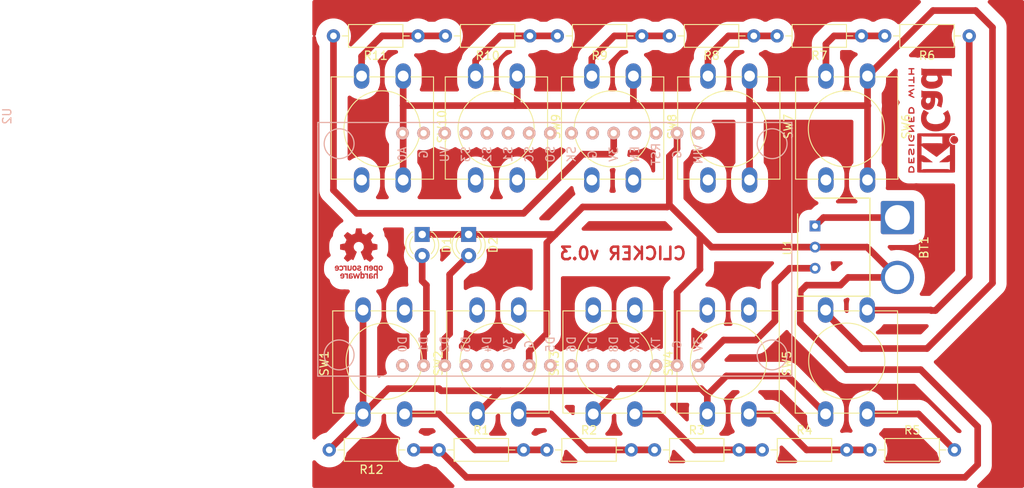
<source format=kicad_pcb>
(kicad_pcb (version 20211014) (generator pcbnew)
  (layers (0 "F.Cu" signal) (31 "B.Cu" signal) (34 "B.Paste" user) (35 "F.Paste" user) (36 "B.SilkS" user "B.Silkscreen") (37 "F.SilkS" user "F.Silkscreen") (38 "B.Mask" user) (39 "F.Mask" user) (44 "Edge.Cuts" user))
  (net 0 "")
  (net 1 "Net-(BT1-Pad1)")
  (net 2 "Net-(BT1-Pad2)")
  (net 3 "Net-(D1-Pad2)")
  (net 4 "Net-(D2-Pad2)")
  (net 5 "Net-(R1-Pad2)")
  (net 6 "Net-(R2-Pad2)")
  (net 7 "Net-(R3-Pad2)")
  (net 8 "Net-(R4-Pad2)")
  (net 9 "Net-(R5-Pad2)")
  (net 10 "Net-(R6-Pad2)")
  (net 11 "Net-(R7-Pad2)")
  (net 12 "Net-(R8-Pad2)")
  (net 13 "Net-(R10-Pad1)")
  (net 14 "Net-(R10-Pad2)")
  (net 15 "Net-(R11-Pad2)")
  (net 16 "Net-(R12-Pad2)")
  (footprint "Button_Switch_THT:SW_PUSH-12mm" (layer "F.Cu") (at 50.038 88.646 90)
    (fp_text reference "SW1")
    (fp_text value "SW_Push")
  )
  (footprint "Resistor_THT:R_Axial_DIN0207_L6.3mm_D2.5mm_P10.16mm_Horizontal" (layer "F.Cu") (at 72.136 92.964)
    (fp_text reference "R2")
    (fp_text value "1k")
  )
  (footprint "LED_THT:LED_D3.0mm" (layer "F.Cu") (at 62.738 67.056 -90)
    (fp_text reference "D2")
    (fp_text value "LED")
  )
  (footprint "Resistor_THT:R_Axial_DIN0207_L6.3mm_D2.5mm_P10.16mm_Horizontal" (layer "F.Cu") (at 97.028 43.18 180)
    (fp_text reference "R8")
    (fp_text value "1k")
  )
  (footprint "Resistor_THT:R_Axial_DIN0207_L6.3mm_D2.5mm_P10.16mm_Horizontal" (layer "F.Cu") (at 109.982 43.18 180)
    (fp_text reference "R7")
    (fp_text value "1k")
  )
  (footprint "Button_Switch_THT:SW_PUSH-12mm" (layer "F.Cu") (at 105.664 88.646 90)
    (fp_text reference "SW5")
    (fp_text value "SW_Push")
  )
  (footprint "Symbol:OSHW-Logo_5.7x6mm_Copper" (layer "F.Cu") (at 49.53 69.342)
    (fp_text reference "REF**" hide)
    (fp_text value "OSHW-Logo_5.7x6mm_Copper" hide)
  )
  (footprint "Connector_Wire:SolderWire-2.5sqmm_1x02_P7.2mm_D2.4mm_OD3.6mm" (layer "F.Cu") (at 114.3 65.024 -90)
    (fp_text reference "BT1")
    (fp_text value "Battery_Cell")
  )
  (footprint "Resistor_THT:R_Axial_DIN0207_L6.3mm_D2.5mm_P10.16mm_Horizontal" (layer "F.Cu") (at 85.09 92.964)
    (fp_text reference "R3")
    (fp_text value "1k")
  )
  (footprint "Symbol:KiCad-Logo2_5mm_Copper" (layer "F.Cu") (at 118.618 53.34 -90)
    (fp_text reference "REF**" hide)
    (fp_text value "KiCad-Logo2_5mm_Copper" hide)
  )
  (footprint "Resistor_THT:R_Axial_DIN0207_L6.3mm_D2.5mm_P10.16mm_Horizontal" (layer "F.Cu") (at 59.182 92.964)
    (fp_text reference "R1")
    (fp_text value "1k")
  )
  (footprint "Button_Switch_THT:SW_PUSH-12mm" (layer "F.Cu") (at 63.754 88.646 90)
    (fp_text reference "SW2")
    (fp_text value "SW_Push")
  )
  (footprint "Resistor_THT:R_Axial_DIN0207_L6.3mm_D2.5mm_P10.16mm_Horizontal" (layer "F.Cu") (at 83.566 43.18 180)
    (fp_text reference "R9")
    (fp_text value "1k")
  )
  (footprint "Resistor_THT:R_Axial_DIN0207_L6.3mm_D2.5mm_P10.16mm_Horizontal" (layer "F.Cu") (at 98.044 92.964)
    (fp_text reference "R4")
    (fp_text value "1k")
  )
  (footprint "Button_Switch_THT:SW_PUSH-12mm" (layer "F.Cu") (at 68.58 48.006 -90)
    (fp_text reference "SW9")
    (fp_text value "SW_Push")
  )
  (footprint "Resistor_THT:R_Axial_DIN0207_L6.3mm_D2.5mm_P10.16mm_Horizontal" (layer "F.Cu") (at 56.134 92.964 180)
    (fp_text reference "R12")
    (fp_text value "100k")
  )
  (footprint "LED_THT:LED_D3.0mm" (layer "F.Cu") (at 57.15 67.056 -90)
    (fp_text reference "D1")
    (fp_text value "LED")
  )
  (footprint "Button_Switch_THT:SW_PUSH-12mm" (layer "F.Cu") (at 82.55 48.006 -90)
    (fp_text reference "SW8")
    (fp_text value "SW_Push")
  )
  (footprint "Resistor_THT:R_Axial_DIN0207_L6.3mm_D2.5mm_P10.16mm_Horizontal" (layer "F.Cu") (at 110.998 92.964)
    (fp_text reference "R5")
    (fp_text value "1k")
  )
  (footprint "Button_Switch_THT:SW_PUSH-12mm" (layer "F.Cu") (at 96.52 48.006 -90)
    (fp_text reference "SW7")
    (fp_text value "SW_Push")
  )
  (footprint "Button_Switch_THT:SW_PUSH-12mm" (layer "F.Cu") (at 91.44 88.646 90)
    (fp_text reference "SW4")
    (fp_text value "SW_Push")
  )
  (footprint "Resistor_THT:R_Axial_DIN0207_L6.3mm_D2.5mm_P10.16mm_Horizontal" (layer "F.Cu") (at 122.936 43.18 180)
    (fp_text reference "R6")
    (fp_text value "1k")
  )
  (footprint "Button_Switch_THT:SW_PUSH-12mm" (layer "F.Cu") (at 77.724 88.646 90)
    (fp_text reference "SW3")
    (fp_text value "SW_Push")
  )
  (footprint "Resistor_THT:R_Axial_DIN0207_L6.3mm_D2.5mm_P10.16mm_Horizontal" (layer "F.Cu") (at 56.642 43.18 180)
    (fp_text reference "R11")
    (fp_text value "1k")
  )
  (footprint "Button_Switch_THT:SW_PUSH-12mm" (layer "F.Cu") (at 110.704 48.006 -90)
    (fp_text reference "SW6")
    (fp_text value "SW_Push")
  )
  (footprint "Package_SIP:SIP3_11.6x8.5mm" (layer "F.Cu") (at 104.394 66.04 -90)
    (fp_text reference "U1")
    (fp_text value "LT1083-3.3")
  )
  (footprint "Resistor_THT:R_Axial_DIN0207_L6.3mm_D2.5mm_P10.16mm_Horizontal" (layer "F.Cu") (at 70.104 43.18 180)
    (fp_text reference "R10")
    (fp_text value "1k")
  )
  (footprint "Button_Switch_THT:SW_PUSH-12mm" (layer "F.Cu") (at 54.864 48.006 -90)
    (fp_text reference "SW10")
    (fp_text value "SW_Push")
  )
  (footprint "ESP8266 NodeMCU:NodeMCU-LoLinV3" (layer "B.Cu") (at 75.10211 68.84 -90)
    (fp_text reference "U2")
    (fp_text value "NodeMCU1.0(ESP-12E)")
  )
  (gr_text "CLICKER v0.3" (at 81.28 69.342) (layer "F.Cu") (effects (font (size 1.5 1.5) (thickness 0.3)) (justify mirror)))
  (segment (start 105.41 65.024) (end 104.394 66.04) (width 0.8) (layer "F.Cu") (net 1))
  (segment (start 114.3 65.024) (end 105.41 65.024) (width 0.8) (layer "F.Cu") (net 1))
  (segment (start 102.616 73.914) (end 103.378 73.152) (width 0.8) (layer "F.Cu") (net 2))
  (segment (start 114.3 72.224) (end 110.656 68.58) (width 0.8) (layer "F.Cu") (net 2))
  (segment (start 107.442 73.152) (end 108.37 72.224) (width 0.8) (layer "F.Cu") (net 2))
  (segment (start 86.868 63.5) (end 86.614 63.754) (width 0.8) (layer "F.Cu") (net 2))
  (segment (start 108.204 83.312) (end 102.616 77.724) (width 0.8) (layer "F.Cu") (net 2))
  (segment (start 102.616 77.724) (end 102.616 73.914) (width 0.8) (layer "F.Cu") (net 2))
  (segment (start 76.454 63.754) (end 73.152 67.056) (width 0.8) (layer "F.Cu") (net 2))
  (segment (start 90.551 71.247) (end 90.551 67.183) (width 0.8) (layer "F.Cu") (net 2))
  (segment (start 59.182 92.964) (end 62.484 96.266) (width 0.8) (layer "F.Cu") (net 2))
  (segment (start 103.378 73.152) (end 107.442 73.152) (width 0.8) (layer "F.Cu") (net 2))
  (segment (start 86.614 63.754) (end 76.454 63.754) (width 0.8) (layer "F.Cu") (net 2))
  (segment (start 72.136 68.072) (end 73.152 67.056) (width 0.8) (layer "F.Cu") (net 2))
  (segment (start 108.37 72.224) (end 114.3 72.224) (width 0.8) (layer "F.Cu") (net 2))
  (segment (start 122.428 96.266) (end 123.952 94.742) (width 0.8) (layer "F.Cu") (net 2))
  (segment (start 70.02211 81.10789) (end 72.136 78.994) (width 0.8) (layer "F.Cu") (net 2))
  (segment (start 56.134 92.964) (end 59.182 92.964) (width 0.8) (layer "F.Cu") (net 2))
  (segment (start 104.394 68.58) (end 91.948 68.58) (width 0.8) (layer "F.Cu") (net 2))
  (segment (start 123.952 94.742) (end 123.952 90.17) (width 0.8) (layer "F.Cu") (net 2))
  (segment (start 86.868 57.658) (end 86.868 63.5) (width 0.8) (layer "F.Cu") (net 2))
  (segment (start 117.094 83.312) (end 108.204 83.312) (width 0.8) (layer "F.Cu") (net 2))
  (segment (start 90.551 67.183) (end 86.868 63.5) (width 0.8) (layer "F.Cu") (net 2))
  (segment (start 57.15 67.056) (end 62.738 67.056) (width 0.8) (layer "F.Cu") (net 2))
  (segment (start 62.484 96.266) (end 122.428 96.266) (width 0.8) (layer "F.Cu") (net 2))
  (segment (start 70.02211 82.81) (end 70.02211 81.10789) (width 0.8) (layer "F.Cu") (net 2))
  (segment (start 87.80211 82.81) (end 87.80211 73.99589) (width 0.8) (layer "F.Cu") (net 2))
  (segment (start 87.80211 73.99589) (end 90.551 71.247) (width 0.8) (layer "F.Cu") (net 2))
  (segment (start 87.80211 54.87) (end 87.80211 56.72389) (width 0.8) (layer "F.Cu") (net 2))
  (segment (start 123.952 90.17) (end 117.094 83.312) (width 0.8) (layer "F.Cu") (net 2))
  (segment (start 110.656 68.58) (end 104.394 68.58) (width 0.8) (layer "F.Cu") (net 2))
  (segment (start 72.136 78.994) (end 72.136 68.072) (width 0.8) (layer "F.Cu") (net 2))
  (segment (start 73.152 67.056) (end 62.738 67.056) (width 0.8) (layer "F.Cu") (net 2))
  (segment (start 87.80211 56.72389) (end 86.868 57.658) (width 0.8) (layer "F.Cu") (net 2))
  (segment (start 91.948 68.58) (end 90.551 67.183) (width 0.8) (layer "F.Cu") (net 2))
  (segment (start 57.658 73.152) (end 57.15 72.644) (width 0.8) (layer "F.Cu") (net 3))
  (segment (start 57.658 78.74) (end 57.658 73.152) (width 0.8) (layer "F.Cu") (net 3))
  (segment (start 57.32211 82.81) (end 57.32211 79.07589) (width 0.8) (layer "F.Cu") (net 3))
  (segment (start 57.32211 79.07589) (end 57.658 78.74) (width 0.8) (layer "F.Cu") (net 3))
  (segment (start 57.15 72.644) (end 57.15 69.596) (width 0.8) (layer "F.Cu") (net 3))
  (segment (start 59.86211 82.81) (end 59.86211 79.58389) (width 0.8) (layer "F.Cu") (net 4))
  (segment (start 60.452 78.994) (end 60.452 71.882) (width 0.8) (layer "F.Cu") (net 4))
  (segment (start 60.452 71.882) (end 62.738 69.596) (width 0.8) (layer "F.Cu") (net 4))
  (segment (start 59.86211 79.58389) (end 60.452 78.994) (width 0.8) (layer "F.Cu") (net 4))
  (segment (start 63.5 92.964) (end 69.342 92.964) (width 0.8) (layer "F.Cu") (net 5))
  (segment (start 59.182 88.646) (end 63.5 92.964) (width 0.8) (layer "F.Cu") (net 5))
  (segment (start 69.342 92.964) (end 72.136 92.964) (width 0.8) (layer "F.Cu") (net 5))
  (segment (start 55.038 88.646) (end 59.182 88.646) (width 0.8) (layer "F.Cu") (net 5))
  (segment (start 82.296 92.964) (end 76.962 92.964) (width 0.8) (layer "F.Cu") (net 6))
  (segment (start 85.09 92.964) (end 82.296 92.964) (width 0.8) (layer "F.Cu") (net 6))
  (segment (start 72.644 88.646) (end 68.754 88.646) (width 0.8) (layer "F.Cu") (net 6))
  (segment (start 76.962 92.964) (end 72.644 88.646) (width 0.8) (layer "F.Cu") (net 6))
  (segment (start 95.25 92.964) (end 89.916 92.964) (width 0.8) (layer "F.Cu") (net 7))
  (segment (start 98.044 92.964) (end 95.25 92.964) (width 0.8) (layer "F.Cu") (net 7))
  (segment (start 89.916 92.964) (end 85.598 88.646) (width 0.8) (layer "F.Cu") (net 7))
  (segment (start 85.598 88.646) (end 82.724 88.646) (width 0.8) (layer "F.Cu") (net 7))
  (segment (start 96.44 88.646) (end 99.06 88.646) (width 0.8) (layer "F.Cu") (net 8))
  (segment (start 110.998 92.964) (end 108.204 92.964) (width 0.8) (layer "F.Cu") (net 8))
  (segment (start 103.378 92.964) (end 108.204 92.964) (width 0.8) (layer "F.Cu") (net 8))
  (segment (start 99.06 88.646) (end 103.378 92.964) (width 0.8) (layer "F.Cu") (net 8))
  (segment (start 118.31 76.146) (end 110.664 76.146) (width 0.8) (layer "F.Cu") (net 9))
  (segment (start 118.364 76.2) (end 118.31 76.146) (width 0.8) (layer "F.Cu") (net 9))
  (segment (start 116.84 88.646) (end 110.664 88.646) (width 0.8) (layer "F.Cu") (net 9))
  (segment (start 121.158 92.964) (end 116.84 88.646) (width 0.8) (layer "F.Cu") (net 9))
  (segment (start 118.872 76.2) (end 118.364 76.2) (width 0.8) (layer "F.Cu") (net 9))
  (segment (start 122.936 72.136) (end 118.872 76.2) (width 0.8) (layer "F.Cu") (net 9))
  (segment (start 122.936 43.18) (end 122.936 72.136) (width 0.8) (layer "F.Cu") (net 9))
  (segment (start 106.68 43.18) (end 105.704 44.156) (width 0.8) (layer "F.Cu") (net 10))
  (segment (start 112.776 43.18) (end 109.982 43.18) (width 0.8) (layer "F.Cu") (net 10))
  (segment (start 105.704 44.156) (end 105.704 48.006) (width 0.8) (layer "F.Cu") (net 10))
  (segment (start 109.982 43.18) (end 106.68 43.18) (width 0.8) (layer "F.Cu") (net 10))
  (segment (start 91.52 45.64) (end 91.52 48.006) (width 0.8) (layer "F.Cu") (net 11))
  (segment (start 97.028 43.18) (end 99.822 43.18) (width 0.8) (layer "F.Cu") (net 11))
  (segment (start 97.028 43.18) (end 93.98 43.18) (width 0.8) (layer "F.Cu") (net 11))
  (segment (start 93.98 43.18) (end 91.52 45.64) (width 0.8) (layer "F.Cu") (net 11))
  (segment (start 80.264 43.18) (end 77.55 45.894) (width 0.8) (layer "F.Cu") (net 12))
  (segment (start 86.868 43.18) (end 83.566 43.18) (width 0.8) (layer "F.Cu") (net 12))
  (segment (start 83.566 43.18) (end 80.264 43.18) (width 0.8) (layer "F.Cu") (net 12))
  (segment (start 77.55 45.894) (end 77.55 48.006) (width 0.8) (layer "F.Cu") (net 12))
  (segment (start 70.104 43.18) (end 73.406 43.18) (width 0.8) (layer "F.Cu") (net 13))
  (segment (start 63.58 46.148) (end 63.58 48.006) (width 0.8) (layer "F.Cu") (net 13))
  (segment (start 70.104 43.18) (end 66.548 43.18) (width 0.8) (layer "F.Cu") (net 13))
  (segment (start 66.548 43.18) (end 63.58 46.148) (width 0.8) (layer "F.Cu") (net 13))
  (segment (start 49.864 45.64) (end 49.864 48.006) (width 0.8) (layer "F.Cu") (net 14))
  (segment (start 52.324 43.18) (end 49.864 45.64) (width 0.8) (layer "F.Cu") (net 14))
  (segment (start 56.642 43.18) (end 52.324 43.18) (width 0.8) (layer "F.Cu") (net 14))
  (segment (start 56.642 43.18) (end 59.944 43.18) (width 0.8) (layer "F.Cu") (net 14))
  (segment (start 79.756 57.404) (end 80.18211 56.97789) (width 0.8) (layer "F.Cu") (net 15))
  (segment (start 46.482 43.18) (end 46.482 61.722) (width 0.8) (layer "F.Cu") (net 15))
  (segment (start 46.482 61.722) (end 49.276 64.516) (width 0.8) (layer "F.Cu") (net 15))
  (segment (start 101.346 71.12) (end 104.394 71.12) (width 0.8) (layer "F.Cu") (net 15))
  (segment (start 76.454 57.404) (end 79.756 57.404) (width 0.8) (layer "F.Cu") (net 15))
  (segment (start 99.568 77.47) (end 99.568 72.898) (width 0.8) (layer "F.Cu") (net 15))
  (segment (start 90.34211 82.81) (end 93.39611 79.756) (width 0.8) (layer "F.Cu") (net 15))
  (segment (start 49.276 64.516) (end 69.342 64.516) (width 0.8) (layer "F.Cu") (net 15))
  (segment (start 93.39611 79.756) (end 97.282 79.756) (width 0.8) (layer "F.Cu") (net 15))
  (segment (start 69.342 64.516) (end 76.454 57.404) (width 0.8) (layer "F.Cu") (net 15))
  (segment (start 97.282 79.756) (end 99.568 77.47) (width 0.8) (layer "F.Cu") (net 15))
  (segment (start 99.568 72.898) (end 101.346 71.12) (width 0.8) (layer "F.Cu") (net 15))
  (segment (start 80.18211 56.97789) (end 80.18211 54.87) (width 0.8) (layer "F.Cu") (net 15))
  (segment (start 96.52 60.506) (end 96.52 51.308) (width 0.8) (layer "F.Cu") (net 16))
  (segment (start 68.326 51.562) (end 54.864 51.562) (width 0.8) (layer "F.Cu") (net 16))
  (segment (start 54.864 51.562) (end 54.864 54.78811) (width 0.8) (layer "F.Cu") (net 16))
  (segment (start 82.296 51.562) (end 96.774 51.562) (width 0.8) (layer "F.Cu") (net 16))
  (segment (start 105.664 76.454) (end 109.982 80.772) (width 0.8) (layer "F.Cu") (net 16))
  (segment (start 91.44 86.36) (end 91.44 88.646) (width 0.8) (layer "F.Cu") (net 16))
  (segment (start 68.58 51.308) (end 68.326 51.562) (width 0.8) (layer "F.Cu") (net 16))
  (segment (start 50.038 88.646) (end 50.038 88.9) (width 0.8) (layer "F.Cu") (net 16))
  (segment (start 93.726 84.074) (end 91.44 86.36) (width 0.8) (layer "F.Cu") (net 16))
  (segment (start 105.664 88.646) (end 101.092 84.074) (width 0.8) (layer "F.Cu") (net 16))
  (segment (start 59.182 85.598) (end 53.086 85.598) (width 0.8) (layer "F.Cu") (net 16))
  (segment (start 123.698 40.132) (end 118.578 40.132) (width 0.8) (layer "F.Cu") (net 16))
  (segment (start 80.772 85.598) (end 90.678 85.598) (width 0.8) (layer "F.Cu") (net 16))
  (segment (start 80.137 86.233) (end 80.772 85.598) (width 0.8) (layer "F.Cu") (net 16))
  (segment (start 96.774 51.562) (end 110.744 51.562) (width 0.8) (layer "F.Cu") (net 16))
  (segment (start 110.704 51.522) (end 110.704 48.006) (width 0.8) (layer "F.Cu") (net 16))
  (segment (start 110.744 51.562) (end 110.704 51.522) (width 0.8) (layer "F.Cu") (net 16))
  (segment (start 101.092 84.074) (end 93.726 84.074) (width 0.8) (layer "F.Cu") (net 16))
  (segment (start 109.982 80.772) (end 117.856 80.772) (width 0.8) (layer "F.Cu") (net 16))
  (segment (start 68.58 48.006) (end 68.58 51.308) (width 0.8) (layer "F.Cu") (net 16))
  (segment (start 59.436 85.852) (end 59.182 85.598) (width 0.8) (layer "F.Cu") (net 16))
  (segment (start 82.55 51.308) (end 82.296 51.562) (width 0.8) (layer "F.Cu") (net 16))
  (segment (start 125.73 72.898) (end 125.73 42.164) (width 0.8) (layer "F.Cu") (net 16))
  (segment (start 125.73 42.164) (end 123.698 40.132) (width 0.8) (layer "F.Cu") (net 16))
  (segment (start 90.678 85.598) (end 91.44 86.36) (width 0.8) (layer "F.Cu") (net 16))
  (segment (start 50.038 88.9) (end 45.974 92.964) (width 0.8) (layer "F.Cu") (net 16))
  (segment (start 66.548 85.852) (end 59.436 85.852) (width 0.8) (layer "F.Cu") (net 16))
  (segment (start 50.038 88.646) (end 50.038 76.146) (width 0.8) (layer "F.Cu") (net 16))
  (segment (start 118.578 40.132) (end 110.704 48.006) (width 0.8) (layer "F.Cu") (net 16))
  (segment (start 63.754 88.646) (end 66.548 85.852) (width 0.8) (layer "F.Cu") (net 16))
  (segment (start 54.864 54.78811) (end 54.78211 54.87) (width 0.8) (layer "F.Cu") (net 16))
  (segment (start 117.856 80.772) (end 125.73 72.898) (width 0.8) (layer "F.Cu") (net 16))
  (segment (start 54.864 60.506) (end 54.864 54.95189) (width 0.8) (layer "F.Cu") (net 16))
  (segment (start 77.724 88.646) (end 80.137 86.233) (width 0.8) (layer "F.Cu") (net 16))
  (segment (start 105.664 76.146) (end 105.664 76.454) (width 0.8) (layer "F.Cu") (net 16))
  (segment (start 96.52 51.308) (end 96.774 51.562) (width 0.8) (layer "F.Cu") (net 16))
  (segment (start 54.864 48.006) (end 54.864 51.562) (width 0.8) (layer "F.Cu") (net 16))
  (segment (start 66.548 85.852) (end 79.756 85.852) (width 0.8) (layer "F.Cu") (net 16))
  (segment (start 53.086 85.598) (end 50.038 88.646) (width 0.8) (layer "F.Cu") (net 16))
  (segment (start 79.756 85.852) (end 80.137 86.233) (width 0.8) (layer "F.Cu") (net 16))
  (segment (start 68.326 51.562) (end 82.296 51.562) (width 0.8) (layer "F.Cu") (net 16))
  (segment (start 54.864 54.95189) (end 54.78211 54.87) (width 0.8) (layer "F.Cu") (net 16))
  (segment (start 82.55 48.006) (end 82.55 51.308) (width 0.8) (layer "F.Cu") (net 16))
  (segment (start 96.52 48.006) (end 96.52 51.308) (width 0.8) (layer "F.Cu") (net 16))
  (segment (start 110.704 60.506) (end 110.704 51.522) (width 0.8) (layer "F.Cu") (net 16))
  (zone (net 0) (net_name "") (layer "F.Cu") (connect_pads (clearance 1.3)) (min_thickness 0.45) (fill yes (thermal_gap 0.508) (thermal_bridge_width 0.508))
    (polygon (pts (xy 129.54 97.536) (xy 43.942 97.536) (xy 43.942 38.862) (xy 129.54 38.862)))
  )
)
</source>
